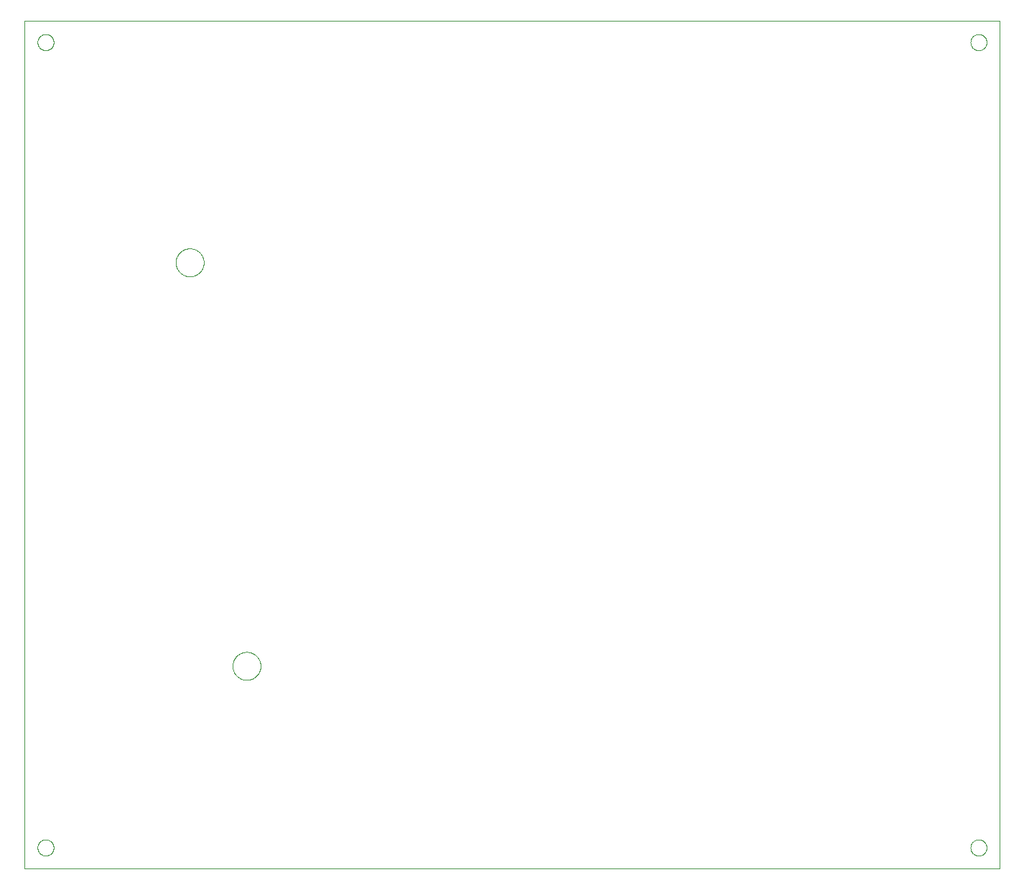
<source format=gbo>
G75*
%MOIN*%
%OFA0B0*%
%FSLAX25Y25*%
%IPPOS*%
%LPD*%
%AMOC8*
5,1,8,0,0,1.08239X$1,22.5*
%
%ADD10C,0.00000*%
D10*
X0001000Y0001000D02*
X0001000Y0394701D01*
X0453756Y0394701D01*
X0453756Y0001000D01*
X0001000Y0001000D01*
X0007103Y0010843D02*
X0007105Y0010965D01*
X0007111Y0011086D01*
X0007121Y0011208D01*
X0007135Y0011329D01*
X0007152Y0011449D01*
X0007174Y0011569D01*
X0007200Y0011688D01*
X0007229Y0011806D01*
X0007262Y0011923D01*
X0007299Y0012039D01*
X0007340Y0012154D01*
X0007385Y0012267D01*
X0007433Y0012379D01*
X0007485Y0012489D01*
X0007540Y0012598D01*
X0007599Y0012704D01*
X0007661Y0012809D01*
X0007727Y0012911D01*
X0007796Y0013012D01*
X0007868Y0013110D01*
X0007944Y0013205D01*
X0008022Y0013298D01*
X0008103Y0013389D01*
X0008188Y0013477D01*
X0008275Y0013562D01*
X0008365Y0013644D01*
X0008457Y0013723D01*
X0008552Y0013799D01*
X0008650Y0013872D01*
X0008749Y0013942D01*
X0008851Y0014009D01*
X0008955Y0014072D01*
X0009062Y0014131D01*
X0009170Y0014188D01*
X0009279Y0014240D01*
X0009391Y0014290D01*
X0009504Y0014335D01*
X0009618Y0014377D01*
X0009734Y0014415D01*
X0009851Y0014449D01*
X0009968Y0014479D01*
X0010087Y0014506D01*
X0010207Y0014529D01*
X0010327Y0014547D01*
X0010448Y0014562D01*
X0010569Y0014573D01*
X0010691Y0014580D01*
X0010813Y0014583D01*
X0010934Y0014582D01*
X0011056Y0014577D01*
X0011177Y0014568D01*
X0011298Y0014555D01*
X0011419Y0014538D01*
X0011539Y0014518D01*
X0011658Y0014493D01*
X0011777Y0014465D01*
X0011894Y0014432D01*
X0012010Y0014396D01*
X0012125Y0014356D01*
X0012239Y0014313D01*
X0012351Y0014265D01*
X0012462Y0014215D01*
X0012571Y0014160D01*
X0012678Y0014102D01*
X0012783Y0014041D01*
X0012886Y0013976D01*
X0012987Y0013908D01*
X0013085Y0013836D01*
X0013182Y0013762D01*
X0013275Y0013684D01*
X0013367Y0013603D01*
X0013455Y0013520D01*
X0013541Y0013433D01*
X0013624Y0013344D01*
X0013704Y0013252D01*
X0013781Y0013158D01*
X0013854Y0013061D01*
X0013925Y0012962D01*
X0013992Y0012860D01*
X0014056Y0012757D01*
X0014117Y0012651D01*
X0014174Y0012544D01*
X0014228Y0012434D01*
X0014278Y0012323D01*
X0014324Y0012211D01*
X0014367Y0012097D01*
X0014406Y0011981D01*
X0014441Y0011865D01*
X0014472Y0011747D01*
X0014500Y0011629D01*
X0014523Y0011509D01*
X0014543Y0011389D01*
X0014559Y0011268D01*
X0014571Y0011147D01*
X0014579Y0011026D01*
X0014583Y0010904D01*
X0014583Y0010782D01*
X0014579Y0010660D01*
X0014571Y0010539D01*
X0014559Y0010418D01*
X0014543Y0010297D01*
X0014523Y0010177D01*
X0014500Y0010057D01*
X0014472Y0009939D01*
X0014441Y0009821D01*
X0014406Y0009705D01*
X0014367Y0009589D01*
X0014324Y0009475D01*
X0014278Y0009363D01*
X0014228Y0009252D01*
X0014174Y0009142D01*
X0014117Y0009035D01*
X0014056Y0008929D01*
X0013992Y0008826D01*
X0013925Y0008724D01*
X0013854Y0008625D01*
X0013781Y0008528D01*
X0013704Y0008434D01*
X0013624Y0008342D01*
X0013541Y0008253D01*
X0013455Y0008166D01*
X0013367Y0008083D01*
X0013275Y0008002D01*
X0013182Y0007924D01*
X0013085Y0007850D01*
X0012987Y0007778D01*
X0012886Y0007710D01*
X0012783Y0007645D01*
X0012678Y0007584D01*
X0012571Y0007526D01*
X0012462Y0007471D01*
X0012351Y0007421D01*
X0012239Y0007373D01*
X0012125Y0007330D01*
X0012010Y0007290D01*
X0011894Y0007254D01*
X0011777Y0007221D01*
X0011658Y0007193D01*
X0011539Y0007168D01*
X0011419Y0007148D01*
X0011298Y0007131D01*
X0011177Y0007118D01*
X0011056Y0007109D01*
X0010934Y0007104D01*
X0010813Y0007103D01*
X0010691Y0007106D01*
X0010569Y0007113D01*
X0010448Y0007124D01*
X0010327Y0007139D01*
X0010207Y0007157D01*
X0010087Y0007180D01*
X0009968Y0007207D01*
X0009851Y0007237D01*
X0009734Y0007271D01*
X0009618Y0007309D01*
X0009504Y0007351D01*
X0009391Y0007396D01*
X0009279Y0007446D01*
X0009170Y0007498D01*
X0009062Y0007555D01*
X0008955Y0007614D01*
X0008851Y0007677D01*
X0008749Y0007744D01*
X0008650Y0007814D01*
X0008552Y0007887D01*
X0008457Y0007963D01*
X0008365Y0008042D01*
X0008275Y0008124D01*
X0008188Y0008209D01*
X0008103Y0008297D01*
X0008022Y0008388D01*
X0007944Y0008481D01*
X0007868Y0008576D01*
X0007796Y0008674D01*
X0007727Y0008775D01*
X0007661Y0008877D01*
X0007599Y0008982D01*
X0007540Y0009088D01*
X0007485Y0009197D01*
X0007433Y0009307D01*
X0007385Y0009419D01*
X0007340Y0009532D01*
X0007299Y0009647D01*
X0007262Y0009763D01*
X0007229Y0009880D01*
X0007200Y0009998D01*
X0007174Y0010117D01*
X0007152Y0010237D01*
X0007135Y0010357D01*
X0007121Y0010478D01*
X0007111Y0010600D01*
X0007105Y0010721D01*
X0007103Y0010843D01*
X0097650Y0095189D02*
X0097652Y0095350D01*
X0097658Y0095510D01*
X0097668Y0095671D01*
X0097682Y0095831D01*
X0097700Y0095991D01*
X0097721Y0096150D01*
X0097747Y0096309D01*
X0097777Y0096467D01*
X0097810Y0096624D01*
X0097848Y0096781D01*
X0097889Y0096936D01*
X0097934Y0097090D01*
X0097983Y0097243D01*
X0098036Y0097395D01*
X0098092Y0097546D01*
X0098153Y0097695D01*
X0098216Y0097843D01*
X0098284Y0097989D01*
X0098355Y0098133D01*
X0098429Y0098275D01*
X0098507Y0098416D01*
X0098589Y0098554D01*
X0098674Y0098691D01*
X0098762Y0098825D01*
X0098854Y0098957D01*
X0098949Y0099087D01*
X0099047Y0099215D01*
X0099148Y0099340D01*
X0099252Y0099462D01*
X0099359Y0099582D01*
X0099469Y0099699D01*
X0099582Y0099814D01*
X0099698Y0099925D01*
X0099817Y0100034D01*
X0099938Y0100139D01*
X0100062Y0100242D01*
X0100188Y0100342D01*
X0100316Y0100438D01*
X0100447Y0100531D01*
X0100581Y0100621D01*
X0100716Y0100708D01*
X0100854Y0100791D01*
X0100993Y0100871D01*
X0101135Y0100947D01*
X0101278Y0101020D01*
X0101423Y0101089D01*
X0101570Y0101155D01*
X0101718Y0101217D01*
X0101868Y0101275D01*
X0102019Y0101330D01*
X0102172Y0101381D01*
X0102326Y0101428D01*
X0102481Y0101471D01*
X0102637Y0101510D01*
X0102793Y0101546D01*
X0102951Y0101577D01*
X0103109Y0101605D01*
X0103268Y0101629D01*
X0103428Y0101649D01*
X0103588Y0101665D01*
X0103748Y0101677D01*
X0103909Y0101685D01*
X0104070Y0101689D01*
X0104230Y0101689D01*
X0104391Y0101685D01*
X0104552Y0101677D01*
X0104712Y0101665D01*
X0104872Y0101649D01*
X0105032Y0101629D01*
X0105191Y0101605D01*
X0105349Y0101577D01*
X0105507Y0101546D01*
X0105663Y0101510D01*
X0105819Y0101471D01*
X0105974Y0101428D01*
X0106128Y0101381D01*
X0106281Y0101330D01*
X0106432Y0101275D01*
X0106582Y0101217D01*
X0106730Y0101155D01*
X0106877Y0101089D01*
X0107022Y0101020D01*
X0107165Y0100947D01*
X0107307Y0100871D01*
X0107446Y0100791D01*
X0107584Y0100708D01*
X0107719Y0100621D01*
X0107853Y0100531D01*
X0107984Y0100438D01*
X0108112Y0100342D01*
X0108238Y0100242D01*
X0108362Y0100139D01*
X0108483Y0100034D01*
X0108602Y0099925D01*
X0108718Y0099814D01*
X0108831Y0099699D01*
X0108941Y0099582D01*
X0109048Y0099462D01*
X0109152Y0099340D01*
X0109253Y0099215D01*
X0109351Y0099087D01*
X0109446Y0098957D01*
X0109538Y0098825D01*
X0109626Y0098691D01*
X0109711Y0098554D01*
X0109793Y0098416D01*
X0109871Y0098275D01*
X0109945Y0098133D01*
X0110016Y0097989D01*
X0110084Y0097843D01*
X0110147Y0097695D01*
X0110208Y0097546D01*
X0110264Y0097395D01*
X0110317Y0097243D01*
X0110366Y0097090D01*
X0110411Y0096936D01*
X0110452Y0096781D01*
X0110490Y0096624D01*
X0110523Y0096467D01*
X0110553Y0096309D01*
X0110579Y0096150D01*
X0110600Y0095991D01*
X0110618Y0095831D01*
X0110632Y0095671D01*
X0110642Y0095510D01*
X0110648Y0095350D01*
X0110650Y0095189D01*
X0110648Y0095028D01*
X0110642Y0094868D01*
X0110632Y0094707D01*
X0110618Y0094547D01*
X0110600Y0094387D01*
X0110579Y0094228D01*
X0110553Y0094069D01*
X0110523Y0093911D01*
X0110490Y0093754D01*
X0110452Y0093597D01*
X0110411Y0093442D01*
X0110366Y0093288D01*
X0110317Y0093135D01*
X0110264Y0092983D01*
X0110208Y0092832D01*
X0110147Y0092683D01*
X0110084Y0092535D01*
X0110016Y0092389D01*
X0109945Y0092245D01*
X0109871Y0092103D01*
X0109793Y0091962D01*
X0109711Y0091824D01*
X0109626Y0091687D01*
X0109538Y0091553D01*
X0109446Y0091421D01*
X0109351Y0091291D01*
X0109253Y0091163D01*
X0109152Y0091038D01*
X0109048Y0090916D01*
X0108941Y0090796D01*
X0108831Y0090679D01*
X0108718Y0090564D01*
X0108602Y0090453D01*
X0108483Y0090344D01*
X0108362Y0090239D01*
X0108238Y0090136D01*
X0108112Y0090036D01*
X0107984Y0089940D01*
X0107853Y0089847D01*
X0107719Y0089757D01*
X0107584Y0089670D01*
X0107446Y0089587D01*
X0107307Y0089507D01*
X0107165Y0089431D01*
X0107022Y0089358D01*
X0106877Y0089289D01*
X0106730Y0089223D01*
X0106582Y0089161D01*
X0106432Y0089103D01*
X0106281Y0089048D01*
X0106128Y0088997D01*
X0105974Y0088950D01*
X0105819Y0088907D01*
X0105663Y0088868D01*
X0105507Y0088832D01*
X0105349Y0088801D01*
X0105191Y0088773D01*
X0105032Y0088749D01*
X0104872Y0088729D01*
X0104712Y0088713D01*
X0104552Y0088701D01*
X0104391Y0088693D01*
X0104230Y0088689D01*
X0104070Y0088689D01*
X0103909Y0088693D01*
X0103748Y0088701D01*
X0103588Y0088713D01*
X0103428Y0088729D01*
X0103268Y0088749D01*
X0103109Y0088773D01*
X0102951Y0088801D01*
X0102793Y0088832D01*
X0102637Y0088868D01*
X0102481Y0088907D01*
X0102326Y0088950D01*
X0102172Y0088997D01*
X0102019Y0089048D01*
X0101868Y0089103D01*
X0101718Y0089161D01*
X0101570Y0089223D01*
X0101423Y0089289D01*
X0101278Y0089358D01*
X0101135Y0089431D01*
X0100993Y0089507D01*
X0100854Y0089587D01*
X0100716Y0089670D01*
X0100581Y0089757D01*
X0100447Y0089847D01*
X0100316Y0089940D01*
X0100188Y0090036D01*
X0100062Y0090136D01*
X0099938Y0090239D01*
X0099817Y0090344D01*
X0099698Y0090453D01*
X0099582Y0090564D01*
X0099469Y0090679D01*
X0099359Y0090796D01*
X0099252Y0090916D01*
X0099148Y0091038D01*
X0099047Y0091163D01*
X0098949Y0091291D01*
X0098854Y0091421D01*
X0098762Y0091553D01*
X0098674Y0091687D01*
X0098589Y0091824D01*
X0098507Y0091962D01*
X0098429Y0092103D01*
X0098355Y0092245D01*
X0098284Y0092389D01*
X0098216Y0092535D01*
X0098153Y0092683D01*
X0098092Y0092832D01*
X0098036Y0092983D01*
X0097983Y0093135D01*
X0097934Y0093288D01*
X0097889Y0093442D01*
X0097848Y0093597D01*
X0097810Y0093754D01*
X0097777Y0093911D01*
X0097747Y0094069D01*
X0097721Y0094228D01*
X0097700Y0094387D01*
X0097682Y0094547D01*
X0097668Y0094707D01*
X0097658Y0094868D01*
X0097652Y0095028D01*
X0097650Y0095189D01*
X0071272Y0282591D02*
X0071274Y0282752D01*
X0071280Y0282912D01*
X0071290Y0283073D01*
X0071304Y0283233D01*
X0071322Y0283393D01*
X0071343Y0283552D01*
X0071369Y0283711D01*
X0071399Y0283869D01*
X0071432Y0284026D01*
X0071470Y0284183D01*
X0071511Y0284338D01*
X0071556Y0284492D01*
X0071605Y0284645D01*
X0071658Y0284797D01*
X0071714Y0284948D01*
X0071775Y0285097D01*
X0071838Y0285245D01*
X0071906Y0285391D01*
X0071977Y0285535D01*
X0072051Y0285677D01*
X0072129Y0285818D01*
X0072211Y0285956D01*
X0072296Y0286093D01*
X0072384Y0286227D01*
X0072476Y0286359D01*
X0072571Y0286489D01*
X0072669Y0286617D01*
X0072770Y0286742D01*
X0072874Y0286864D01*
X0072981Y0286984D01*
X0073091Y0287101D01*
X0073204Y0287216D01*
X0073320Y0287327D01*
X0073439Y0287436D01*
X0073560Y0287541D01*
X0073684Y0287644D01*
X0073810Y0287744D01*
X0073938Y0287840D01*
X0074069Y0287933D01*
X0074203Y0288023D01*
X0074338Y0288110D01*
X0074476Y0288193D01*
X0074615Y0288273D01*
X0074757Y0288349D01*
X0074900Y0288422D01*
X0075045Y0288491D01*
X0075192Y0288557D01*
X0075340Y0288619D01*
X0075490Y0288677D01*
X0075641Y0288732D01*
X0075794Y0288783D01*
X0075948Y0288830D01*
X0076103Y0288873D01*
X0076259Y0288912D01*
X0076415Y0288948D01*
X0076573Y0288979D01*
X0076731Y0289007D01*
X0076890Y0289031D01*
X0077050Y0289051D01*
X0077210Y0289067D01*
X0077370Y0289079D01*
X0077531Y0289087D01*
X0077692Y0289091D01*
X0077852Y0289091D01*
X0078013Y0289087D01*
X0078174Y0289079D01*
X0078334Y0289067D01*
X0078494Y0289051D01*
X0078654Y0289031D01*
X0078813Y0289007D01*
X0078971Y0288979D01*
X0079129Y0288948D01*
X0079285Y0288912D01*
X0079441Y0288873D01*
X0079596Y0288830D01*
X0079750Y0288783D01*
X0079903Y0288732D01*
X0080054Y0288677D01*
X0080204Y0288619D01*
X0080352Y0288557D01*
X0080499Y0288491D01*
X0080644Y0288422D01*
X0080787Y0288349D01*
X0080929Y0288273D01*
X0081068Y0288193D01*
X0081206Y0288110D01*
X0081341Y0288023D01*
X0081475Y0287933D01*
X0081606Y0287840D01*
X0081734Y0287744D01*
X0081860Y0287644D01*
X0081984Y0287541D01*
X0082105Y0287436D01*
X0082224Y0287327D01*
X0082340Y0287216D01*
X0082453Y0287101D01*
X0082563Y0286984D01*
X0082670Y0286864D01*
X0082774Y0286742D01*
X0082875Y0286617D01*
X0082973Y0286489D01*
X0083068Y0286359D01*
X0083160Y0286227D01*
X0083248Y0286093D01*
X0083333Y0285956D01*
X0083415Y0285818D01*
X0083493Y0285677D01*
X0083567Y0285535D01*
X0083638Y0285391D01*
X0083706Y0285245D01*
X0083769Y0285097D01*
X0083830Y0284948D01*
X0083886Y0284797D01*
X0083939Y0284645D01*
X0083988Y0284492D01*
X0084033Y0284338D01*
X0084074Y0284183D01*
X0084112Y0284026D01*
X0084145Y0283869D01*
X0084175Y0283711D01*
X0084201Y0283552D01*
X0084222Y0283393D01*
X0084240Y0283233D01*
X0084254Y0283073D01*
X0084264Y0282912D01*
X0084270Y0282752D01*
X0084272Y0282591D01*
X0084270Y0282430D01*
X0084264Y0282270D01*
X0084254Y0282109D01*
X0084240Y0281949D01*
X0084222Y0281789D01*
X0084201Y0281630D01*
X0084175Y0281471D01*
X0084145Y0281313D01*
X0084112Y0281156D01*
X0084074Y0280999D01*
X0084033Y0280844D01*
X0083988Y0280690D01*
X0083939Y0280537D01*
X0083886Y0280385D01*
X0083830Y0280234D01*
X0083769Y0280085D01*
X0083706Y0279937D01*
X0083638Y0279791D01*
X0083567Y0279647D01*
X0083493Y0279505D01*
X0083415Y0279364D01*
X0083333Y0279226D01*
X0083248Y0279089D01*
X0083160Y0278955D01*
X0083068Y0278823D01*
X0082973Y0278693D01*
X0082875Y0278565D01*
X0082774Y0278440D01*
X0082670Y0278318D01*
X0082563Y0278198D01*
X0082453Y0278081D01*
X0082340Y0277966D01*
X0082224Y0277855D01*
X0082105Y0277746D01*
X0081984Y0277641D01*
X0081860Y0277538D01*
X0081734Y0277438D01*
X0081606Y0277342D01*
X0081475Y0277249D01*
X0081341Y0277159D01*
X0081206Y0277072D01*
X0081068Y0276989D01*
X0080929Y0276909D01*
X0080787Y0276833D01*
X0080644Y0276760D01*
X0080499Y0276691D01*
X0080352Y0276625D01*
X0080204Y0276563D01*
X0080054Y0276505D01*
X0079903Y0276450D01*
X0079750Y0276399D01*
X0079596Y0276352D01*
X0079441Y0276309D01*
X0079285Y0276270D01*
X0079129Y0276234D01*
X0078971Y0276203D01*
X0078813Y0276175D01*
X0078654Y0276151D01*
X0078494Y0276131D01*
X0078334Y0276115D01*
X0078174Y0276103D01*
X0078013Y0276095D01*
X0077852Y0276091D01*
X0077692Y0276091D01*
X0077531Y0276095D01*
X0077370Y0276103D01*
X0077210Y0276115D01*
X0077050Y0276131D01*
X0076890Y0276151D01*
X0076731Y0276175D01*
X0076573Y0276203D01*
X0076415Y0276234D01*
X0076259Y0276270D01*
X0076103Y0276309D01*
X0075948Y0276352D01*
X0075794Y0276399D01*
X0075641Y0276450D01*
X0075490Y0276505D01*
X0075340Y0276563D01*
X0075192Y0276625D01*
X0075045Y0276691D01*
X0074900Y0276760D01*
X0074757Y0276833D01*
X0074615Y0276909D01*
X0074476Y0276989D01*
X0074338Y0277072D01*
X0074203Y0277159D01*
X0074069Y0277249D01*
X0073938Y0277342D01*
X0073810Y0277438D01*
X0073684Y0277538D01*
X0073560Y0277641D01*
X0073439Y0277746D01*
X0073320Y0277855D01*
X0073204Y0277966D01*
X0073091Y0278081D01*
X0072981Y0278198D01*
X0072874Y0278318D01*
X0072770Y0278440D01*
X0072669Y0278565D01*
X0072571Y0278693D01*
X0072476Y0278823D01*
X0072384Y0278955D01*
X0072296Y0279089D01*
X0072211Y0279226D01*
X0072129Y0279364D01*
X0072051Y0279505D01*
X0071977Y0279647D01*
X0071906Y0279791D01*
X0071838Y0279937D01*
X0071775Y0280085D01*
X0071714Y0280234D01*
X0071658Y0280385D01*
X0071605Y0280537D01*
X0071556Y0280690D01*
X0071511Y0280844D01*
X0071470Y0280999D01*
X0071432Y0281156D01*
X0071399Y0281313D01*
X0071369Y0281471D01*
X0071343Y0281630D01*
X0071322Y0281789D01*
X0071304Y0281949D01*
X0071290Y0282109D01*
X0071280Y0282270D01*
X0071274Y0282430D01*
X0071272Y0282591D01*
X0007103Y0384858D02*
X0007105Y0384980D01*
X0007111Y0385101D01*
X0007121Y0385223D01*
X0007135Y0385344D01*
X0007152Y0385464D01*
X0007174Y0385584D01*
X0007200Y0385703D01*
X0007229Y0385821D01*
X0007262Y0385938D01*
X0007299Y0386054D01*
X0007340Y0386169D01*
X0007385Y0386282D01*
X0007433Y0386394D01*
X0007485Y0386504D01*
X0007540Y0386613D01*
X0007599Y0386719D01*
X0007661Y0386824D01*
X0007727Y0386926D01*
X0007796Y0387027D01*
X0007868Y0387125D01*
X0007944Y0387220D01*
X0008022Y0387313D01*
X0008103Y0387404D01*
X0008188Y0387492D01*
X0008275Y0387577D01*
X0008365Y0387659D01*
X0008457Y0387738D01*
X0008552Y0387814D01*
X0008650Y0387887D01*
X0008749Y0387957D01*
X0008851Y0388024D01*
X0008955Y0388087D01*
X0009062Y0388146D01*
X0009170Y0388203D01*
X0009279Y0388255D01*
X0009391Y0388305D01*
X0009504Y0388350D01*
X0009618Y0388392D01*
X0009734Y0388430D01*
X0009851Y0388464D01*
X0009968Y0388494D01*
X0010087Y0388521D01*
X0010207Y0388544D01*
X0010327Y0388562D01*
X0010448Y0388577D01*
X0010569Y0388588D01*
X0010691Y0388595D01*
X0010813Y0388598D01*
X0010934Y0388597D01*
X0011056Y0388592D01*
X0011177Y0388583D01*
X0011298Y0388570D01*
X0011419Y0388553D01*
X0011539Y0388533D01*
X0011658Y0388508D01*
X0011777Y0388480D01*
X0011894Y0388447D01*
X0012010Y0388411D01*
X0012125Y0388371D01*
X0012239Y0388328D01*
X0012351Y0388280D01*
X0012462Y0388230D01*
X0012571Y0388175D01*
X0012678Y0388117D01*
X0012783Y0388056D01*
X0012886Y0387991D01*
X0012987Y0387923D01*
X0013085Y0387851D01*
X0013182Y0387777D01*
X0013275Y0387699D01*
X0013367Y0387618D01*
X0013455Y0387535D01*
X0013541Y0387448D01*
X0013624Y0387359D01*
X0013704Y0387267D01*
X0013781Y0387173D01*
X0013854Y0387076D01*
X0013925Y0386977D01*
X0013992Y0386875D01*
X0014056Y0386772D01*
X0014117Y0386666D01*
X0014174Y0386559D01*
X0014228Y0386449D01*
X0014278Y0386338D01*
X0014324Y0386226D01*
X0014367Y0386112D01*
X0014406Y0385996D01*
X0014441Y0385880D01*
X0014472Y0385762D01*
X0014500Y0385644D01*
X0014523Y0385524D01*
X0014543Y0385404D01*
X0014559Y0385283D01*
X0014571Y0385162D01*
X0014579Y0385041D01*
X0014583Y0384919D01*
X0014583Y0384797D01*
X0014579Y0384675D01*
X0014571Y0384554D01*
X0014559Y0384433D01*
X0014543Y0384312D01*
X0014523Y0384192D01*
X0014500Y0384072D01*
X0014472Y0383954D01*
X0014441Y0383836D01*
X0014406Y0383720D01*
X0014367Y0383604D01*
X0014324Y0383490D01*
X0014278Y0383378D01*
X0014228Y0383267D01*
X0014174Y0383157D01*
X0014117Y0383050D01*
X0014056Y0382944D01*
X0013992Y0382841D01*
X0013925Y0382739D01*
X0013854Y0382640D01*
X0013781Y0382543D01*
X0013704Y0382449D01*
X0013624Y0382357D01*
X0013541Y0382268D01*
X0013455Y0382181D01*
X0013367Y0382098D01*
X0013275Y0382017D01*
X0013182Y0381939D01*
X0013085Y0381865D01*
X0012987Y0381793D01*
X0012886Y0381725D01*
X0012783Y0381660D01*
X0012678Y0381599D01*
X0012571Y0381541D01*
X0012462Y0381486D01*
X0012351Y0381436D01*
X0012239Y0381388D01*
X0012125Y0381345D01*
X0012010Y0381305D01*
X0011894Y0381269D01*
X0011777Y0381236D01*
X0011658Y0381208D01*
X0011539Y0381183D01*
X0011419Y0381163D01*
X0011298Y0381146D01*
X0011177Y0381133D01*
X0011056Y0381124D01*
X0010934Y0381119D01*
X0010813Y0381118D01*
X0010691Y0381121D01*
X0010569Y0381128D01*
X0010448Y0381139D01*
X0010327Y0381154D01*
X0010207Y0381172D01*
X0010087Y0381195D01*
X0009968Y0381222D01*
X0009851Y0381252D01*
X0009734Y0381286D01*
X0009618Y0381324D01*
X0009504Y0381366D01*
X0009391Y0381411D01*
X0009279Y0381461D01*
X0009170Y0381513D01*
X0009062Y0381570D01*
X0008955Y0381629D01*
X0008851Y0381692D01*
X0008749Y0381759D01*
X0008650Y0381829D01*
X0008552Y0381902D01*
X0008457Y0381978D01*
X0008365Y0382057D01*
X0008275Y0382139D01*
X0008188Y0382224D01*
X0008103Y0382312D01*
X0008022Y0382403D01*
X0007944Y0382496D01*
X0007868Y0382591D01*
X0007796Y0382689D01*
X0007727Y0382790D01*
X0007661Y0382892D01*
X0007599Y0382997D01*
X0007540Y0383103D01*
X0007485Y0383212D01*
X0007433Y0383322D01*
X0007385Y0383434D01*
X0007340Y0383547D01*
X0007299Y0383662D01*
X0007262Y0383778D01*
X0007229Y0383895D01*
X0007200Y0384013D01*
X0007174Y0384132D01*
X0007152Y0384252D01*
X0007135Y0384372D01*
X0007121Y0384493D01*
X0007111Y0384615D01*
X0007105Y0384736D01*
X0007103Y0384858D01*
X0440173Y0384858D02*
X0440175Y0384980D01*
X0440181Y0385101D01*
X0440191Y0385223D01*
X0440205Y0385344D01*
X0440222Y0385464D01*
X0440244Y0385584D01*
X0440270Y0385703D01*
X0440299Y0385821D01*
X0440332Y0385938D01*
X0440369Y0386054D01*
X0440410Y0386169D01*
X0440455Y0386282D01*
X0440503Y0386394D01*
X0440555Y0386504D01*
X0440610Y0386613D01*
X0440669Y0386719D01*
X0440731Y0386824D01*
X0440797Y0386926D01*
X0440866Y0387027D01*
X0440938Y0387125D01*
X0441014Y0387220D01*
X0441092Y0387313D01*
X0441173Y0387404D01*
X0441258Y0387492D01*
X0441345Y0387577D01*
X0441435Y0387659D01*
X0441527Y0387738D01*
X0441622Y0387814D01*
X0441720Y0387887D01*
X0441819Y0387957D01*
X0441921Y0388024D01*
X0442025Y0388087D01*
X0442132Y0388146D01*
X0442240Y0388203D01*
X0442349Y0388255D01*
X0442461Y0388305D01*
X0442574Y0388350D01*
X0442688Y0388392D01*
X0442804Y0388430D01*
X0442921Y0388464D01*
X0443038Y0388494D01*
X0443157Y0388521D01*
X0443277Y0388544D01*
X0443397Y0388562D01*
X0443518Y0388577D01*
X0443639Y0388588D01*
X0443761Y0388595D01*
X0443883Y0388598D01*
X0444004Y0388597D01*
X0444126Y0388592D01*
X0444247Y0388583D01*
X0444368Y0388570D01*
X0444489Y0388553D01*
X0444609Y0388533D01*
X0444728Y0388508D01*
X0444847Y0388480D01*
X0444964Y0388447D01*
X0445080Y0388411D01*
X0445195Y0388371D01*
X0445309Y0388328D01*
X0445421Y0388280D01*
X0445532Y0388230D01*
X0445641Y0388175D01*
X0445748Y0388117D01*
X0445853Y0388056D01*
X0445956Y0387991D01*
X0446057Y0387923D01*
X0446155Y0387851D01*
X0446252Y0387777D01*
X0446345Y0387699D01*
X0446437Y0387618D01*
X0446525Y0387535D01*
X0446611Y0387448D01*
X0446694Y0387359D01*
X0446774Y0387267D01*
X0446851Y0387173D01*
X0446924Y0387076D01*
X0446995Y0386977D01*
X0447062Y0386875D01*
X0447126Y0386772D01*
X0447187Y0386666D01*
X0447244Y0386559D01*
X0447298Y0386449D01*
X0447348Y0386338D01*
X0447394Y0386226D01*
X0447437Y0386112D01*
X0447476Y0385996D01*
X0447511Y0385880D01*
X0447542Y0385762D01*
X0447570Y0385644D01*
X0447593Y0385524D01*
X0447613Y0385404D01*
X0447629Y0385283D01*
X0447641Y0385162D01*
X0447649Y0385041D01*
X0447653Y0384919D01*
X0447653Y0384797D01*
X0447649Y0384675D01*
X0447641Y0384554D01*
X0447629Y0384433D01*
X0447613Y0384312D01*
X0447593Y0384192D01*
X0447570Y0384072D01*
X0447542Y0383954D01*
X0447511Y0383836D01*
X0447476Y0383720D01*
X0447437Y0383604D01*
X0447394Y0383490D01*
X0447348Y0383378D01*
X0447298Y0383267D01*
X0447244Y0383157D01*
X0447187Y0383050D01*
X0447126Y0382944D01*
X0447062Y0382841D01*
X0446995Y0382739D01*
X0446924Y0382640D01*
X0446851Y0382543D01*
X0446774Y0382449D01*
X0446694Y0382357D01*
X0446611Y0382268D01*
X0446525Y0382181D01*
X0446437Y0382098D01*
X0446345Y0382017D01*
X0446252Y0381939D01*
X0446155Y0381865D01*
X0446057Y0381793D01*
X0445956Y0381725D01*
X0445853Y0381660D01*
X0445748Y0381599D01*
X0445641Y0381541D01*
X0445532Y0381486D01*
X0445421Y0381436D01*
X0445309Y0381388D01*
X0445195Y0381345D01*
X0445080Y0381305D01*
X0444964Y0381269D01*
X0444847Y0381236D01*
X0444728Y0381208D01*
X0444609Y0381183D01*
X0444489Y0381163D01*
X0444368Y0381146D01*
X0444247Y0381133D01*
X0444126Y0381124D01*
X0444004Y0381119D01*
X0443883Y0381118D01*
X0443761Y0381121D01*
X0443639Y0381128D01*
X0443518Y0381139D01*
X0443397Y0381154D01*
X0443277Y0381172D01*
X0443157Y0381195D01*
X0443038Y0381222D01*
X0442921Y0381252D01*
X0442804Y0381286D01*
X0442688Y0381324D01*
X0442574Y0381366D01*
X0442461Y0381411D01*
X0442349Y0381461D01*
X0442240Y0381513D01*
X0442132Y0381570D01*
X0442025Y0381629D01*
X0441921Y0381692D01*
X0441819Y0381759D01*
X0441720Y0381829D01*
X0441622Y0381902D01*
X0441527Y0381978D01*
X0441435Y0382057D01*
X0441345Y0382139D01*
X0441258Y0382224D01*
X0441173Y0382312D01*
X0441092Y0382403D01*
X0441014Y0382496D01*
X0440938Y0382591D01*
X0440866Y0382689D01*
X0440797Y0382790D01*
X0440731Y0382892D01*
X0440669Y0382997D01*
X0440610Y0383103D01*
X0440555Y0383212D01*
X0440503Y0383322D01*
X0440455Y0383434D01*
X0440410Y0383547D01*
X0440369Y0383662D01*
X0440332Y0383778D01*
X0440299Y0383895D01*
X0440270Y0384013D01*
X0440244Y0384132D01*
X0440222Y0384252D01*
X0440205Y0384372D01*
X0440191Y0384493D01*
X0440181Y0384615D01*
X0440175Y0384736D01*
X0440173Y0384858D01*
X0440173Y0010843D02*
X0440175Y0010965D01*
X0440181Y0011086D01*
X0440191Y0011208D01*
X0440205Y0011329D01*
X0440222Y0011449D01*
X0440244Y0011569D01*
X0440270Y0011688D01*
X0440299Y0011806D01*
X0440332Y0011923D01*
X0440369Y0012039D01*
X0440410Y0012154D01*
X0440455Y0012267D01*
X0440503Y0012379D01*
X0440555Y0012489D01*
X0440610Y0012598D01*
X0440669Y0012704D01*
X0440731Y0012809D01*
X0440797Y0012911D01*
X0440866Y0013012D01*
X0440938Y0013110D01*
X0441014Y0013205D01*
X0441092Y0013298D01*
X0441173Y0013389D01*
X0441258Y0013477D01*
X0441345Y0013562D01*
X0441435Y0013644D01*
X0441527Y0013723D01*
X0441622Y0013799D01*
X0441720Y0013872D01*
X0441819Y0013942D01*
X0441921Y0014009D01*
X0442025Y0014072D01*
X0442132Y0014131D01*
X0442240Y0014188D01*
X0442349Y0014240D01*
X0442461Y0014290D01*
X0442574Y0014335D01*
X0442688Y0014377D01*
X0442804Y0014415D01*
X0442921Y0014449D01*
X0443038Y0014479D01*
X0443157Y0014506D01*
X0443277Y0014529D01*
X0443397Y0014547D01*
X0443518Y0014562D01*
X0443639Y0014573D01*
X0443761Y0014580D01*
X0443883Y0014583D01*
X0444004Y0014582D01*
X0444126Y0014577D01*
X0444247Y0014568D01*
X0444368Y0014555D01*
X0444489Y0014538D01*
X0444609Y0014518D01*
X0444728Y0014493D01*
X0444847Y0014465D01*
X0444964Y0014432D01*
X0445080Y0014396D01*
X0445195Y0014356D01*
X0445309Y0014313D01*
X0445421Y0014265D01*
X0445532Y0014215D01*
X0445641Y0014160D01*
X0445748Y0014102D01*
X0445853Y0014041D01*
X0445956Y0013976D01*
X0446057Y0013908D01*
X0446155Y0013836D01*
X0446252Y0013762D01*
X0446345Y0013684D01*
X0446437Y0013603D01*
X0446525Y0013520D01*
X0446611Y0013433D01*
X0446694Y0013344D01*
X0446774Y0013252D01*
X0446851Y0013158D01*
X0446924Y0013061D01*
X0446995Y0012962D01*
X0447062Y0012860D01*
X0447126Y0012757D01*
X0447187Y0012651D01*
X0447244Y0012544D01*
X0447298Y0012434D01*
X0447348Y0012323D01*
X0447394Y0012211D01*
X0447437Y0012097D01*
X0447476Y0011981D01*
X0447511Y0011865D01*
X0447542Y0011747D01*
X0447570Y0011629D01*
X0447593Y0011509D01*
X0447613Y0011389D01*
X0447629Y0011268D01*
X0447641Y0011147D01*
X0447649Y0011026D01*
X0447653Y0010904D01*
X0447653Y0010782D01*
X0447649Y0010660D01*
X0447641Y0010539D01*
X0447629Y0010418D01*
X0447613Y0010297D01*
X0447593Y0010177D01*
X0447570Y0010057D01*
X0447542Y0009939D01*
X0447511Y0009821D01*
X0447476Y0009705D01*
X0447437Y0009589D01*
X0447394Y0009475D01*
X0447348Y0009363D01*
X0447298Y0009252D01*
X0447244Y0009142D01*
X0447187Y0009035D01*
X0447126Y0008929D01*
X0447062Y0008826D01*
X0446995Y0008724D01*
X0446924Y0008625D01*
X0446851Y0008528D01*
X0446774Y0008434D01*
X0446694Y0008342D01*
X0446611Y0008253D01*
X0446525Y0008166D01*
X0446437Y0008083D01*
X0446345Y0008002D01*
X0446252Y0007924D01*
X0446155Y0007850D01*
X0446057Y0007778D01*
X0445956Y0007710D01*
X0445853Y0007645D01*
X0445748Y0007584D01*
X0445641Y0007526D01*
X0445532Y0007471D01*
X0445421Y0007421D01*
X0445309Y0007373D01*
X0445195Y0007330D01*
X0445080Y0007290D01*
X0444964Y0007254D01*
X0444847Y0007221D01*
X0444728Y0007193D01*
X0444609Y0007168D01*
X0444489Y0007148D01*
X0444368Y0007131D01*
X0444247Y0007118D01*
X0444126Y0007109D01*
X0444004Y0007104D01*
X0443883Y0007103D01*
X0443761Y0007106D01*
X0443639Y0007113D01*
X0443518Y0007124D01*
X0443397Y0007139D01*
X0443277Y0007157D01*
X0443157Y0007180D01*
X0443038Y0007207D01*
X0442921Y0007237D01*
X0442804Y0007271D01*
X0442688Y0007309D01*
X0442574Y0007351D01*
X0442461Y0007396D01*
X0442349Y0007446D01*
X0442240Y0007498D01*
X0442132Y0007555D01*
X0442025Y0007614D01*
X0441921Y0007677D01*
X0441819Y0007744D01*
X0441720Y0007814D01*
X0441622Y0007887D01*
X0441527Y0007963D01*
X0441435Y0008042D01*
X0441345Y0008124D01*
X0441258Y0008209D01*
X0441173Y0008297D01*
X0441092Y0008388D01*
X0441014Y0008481D01*
X0440938Y0008576D01*
X0440866Y0008674D01*
X0440797Y0008775D01*
X0440731Y0008877D01*
X0440669Y0008982D01*
X0440610Y0009088D01*
X0440555Y0009197D01*
X0440503Y0009307D01*
X0440455Y0009419D01*
X0440410Y0009532D01*
X0440369Y0009647D01*
X0440332Y0009763D01*
X0440299Y0009880D01*
X0440270Y0009998D01*
X0440244Y0010117D01*
X0440222Y0010237D01*
X0440205Y0010357D01*
X0440191Y0010478D01*
X0440181Y0010600D01*
X0440175Y0010721D01*
X0440173Y0010843D01*
M02*

</source>
